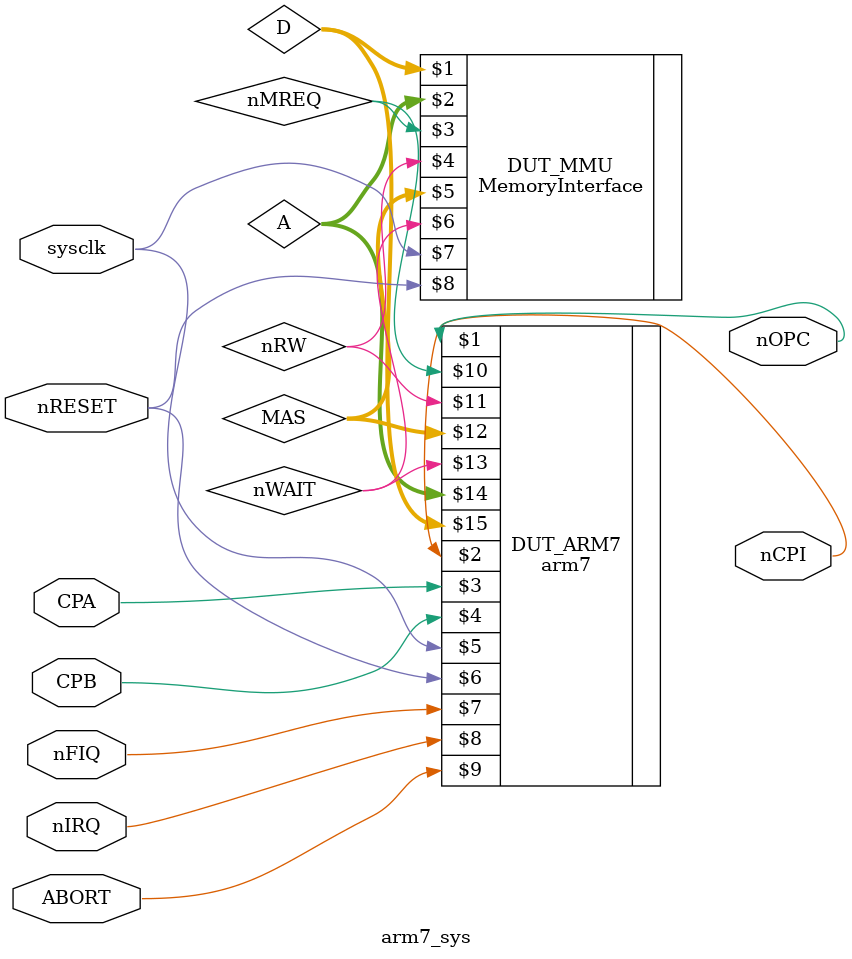
<source format=v>

`timescale 1ns/100ps
`include "arm7.v"
`include "MemoryInterface.v"

module arm7_sys (nOPC, nCPI, CPA, CPB, sysclk, nRESET, nFIQ, nIRQ, ABORT);

// Input/Output declarations
   output        nOPC, nCPI;
   input         CPA, CPB;
   input         sysclk;
   input         nRESET;
   input         nFIQ;
   input         nIRQ;
   input         ABORT;


   wire          nOPC, nCPI;
   wire          CPA, CPB;
   wire          sysclk;
   wire          nRESET;           // Exception Signals
   wire          nFIQ;
   wire          nIRQ;
   wire          ABORT;
   wire         nMREQ;
   wire         nRW;
   wire [1:0]   MAS;
   wire         nWAIT;
   wire [31:0]  D;
   wire [31:0]  A;

   // Declare internal wires 
   // Register File
   // Super CPSR
   // Zero/Sign Extender
   // Barrel Shifter
   // Address Register
   // Write Data Register
   //Memory Interface
   //ALU
   //Multiplier
   //general

   //Instantiate arm7
    arm7 DUT_ARM7 (nOPC, nCPI, CPA, CPB, sysclk, nRESET, nFIQ, nIRQ, 
                   ABORT, nMREQ, nRW, MAS, nWAIT, A, D);
    
   //Instantiate MemoryInferface 
    MemoryInterface DUT_MMU (D, A, nMREQ, nRW, MAS, nWAIT, sysclk, nRESET); 

endmodule


</source>
